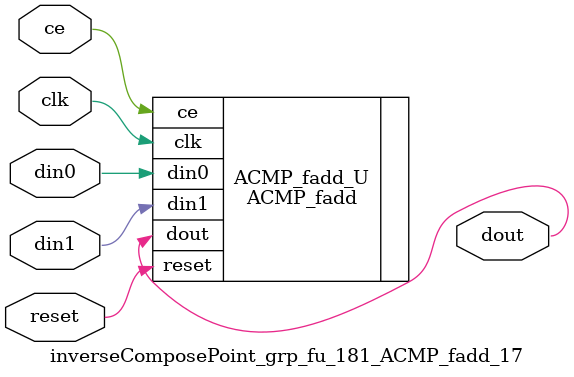
<source format=v>

`timescale 1 ns / 1 ps
module inverseComposePoint_grp_fu_181_ACMP_fadd_17(
    clk,
    reset,
    ce,
    din0,
    din1,
    dout);

parameter ID = 32'd1;
parameter NUM_STAGE = 32'd1;
parameter din0_WIDTH = 32'd1;
parameter din1_WIDTH = 32'd1;
parameter dout_WIDTH = 32'd1;
input clk;
input reset;
input ce;
input[din0_WIDTH - 1:0] din0;
input[din1_WIDTH - 1:0] din1;
output[dout_WIDTH - 1:0] dout;



ACMP_fadd #(
.ID( ID ),
.NUM_STAGE( 4 ),
.din0_WIDTH( din0_WIDTH ),
.din1_WIDTH( din1_WIDTH ),
.dout_WIDTH( dout_WIDTH ))
ACMP_fadd_U(
    .clk( clk ),
    .reset( reset ),
    .ce( ce ),
    .din0( din0 ),
    .din1( din1 ),
    .dout( dout ));

endmodule

</source>
